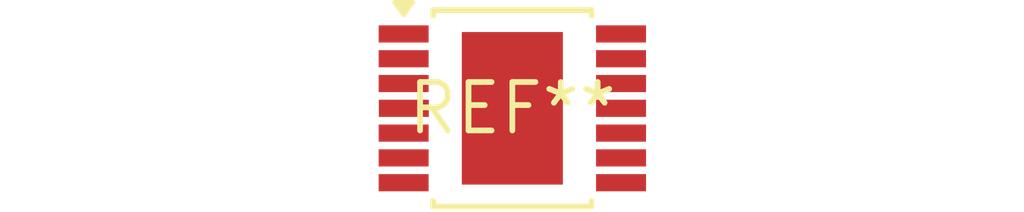
<source format=kicad_pcb>
(kicad_pcb (version 20240108) (generator pcbnew)
  (layers (0 "F.Cu" signal) (31 "B.Cu" signal) (34 "B.Paste" user) (35 "F.Paste" user) (36 "B.SilkS" user "B.Silkscreen") (37 "F.SilkS" user "F.Silkscreen") (38 "B.Mask" user) (39 "F.Mask" user) (44 "Edge.Cuts" user))
  (net 0 "")
  (footprint "Infineon_PG-TSDSO-14-22" (layer "F.Cu") (at 0 0)
    (property "Reference" "REF**")
    (property "Value" "Infineon_PG-TSDSO-14-22")
    (fp_line (start -2.075 -2.575) (end -2.075 -2.43) (layer "F.SilkS") (stroke (width 0.15)))
    (fp_line (start -2.075 -2.575) (end 2.075 -2.575) (layer "F.SilkS") (stroke (width 0.15)))
    (fp_line (start -2.075 2.575) (end -2.075 2.43) (layer "F.SilkS") (stroke (width 0.15)))
    (fp_line (start -2.075 2.575) (end 2.075 2.575) (layer "F.SilkS") (stroke (width 0.15)))
    (fp_line (start 2.075 -2.575) (end 2.075 -2.43) (layer "F.SilkS") (stroke (width 0.15)))
    (fp_line (start 2.075 2.575) (end 2.075 2.43) (layer "F.SilkS") (stroke (width 0.15)))
    (fp_poly (pts (xy -2.85 -2.45) (xy -3.09 -2.78) (xy -2.61 -2.78) (xy -2.85 -2.45)) (layer "F.SilkS") (stroke (width 0.12)) (fill solid))
    (pad "1" smd rect (at -2.85 -1.95) (size 1.31 0.45) (layers "F.Cu" "F.Paste" "F.Mask"))
    (pad "2" smd rect (at -2.85 -1.3) (size 1.31 0.45) (layers "F.Cu" "F.Paste" "F.Mask"))
    (pad "3" smd rect (at -2.85 -0.65) (size 1.31 0.45) (layers "F.Cu" "F.Paste" "F.Mask"))
    (pad "4" smd rect (at -2.845 0) (size 1.31 0.45) (layers "F.Cu" "F.Paste" "F.Mask"))
    (pad "5" smd rect (at -2.85 0.65) (size 1.31 0.45) (layers "F.Cu" "F.Paste" "F.Mask"))
    (pad "6" smd rect (at -2.85 1.3) (size 1.31 0.45) (layers "F.Cu" "F.Paste" "F.Mask"))
    (pad "7" smd rect (at -2.85 1.95) (size 1.31 0.45) (layers "F.Cu" "F.Paste" "F.Mask"))
    (pad "8" smd rect (at 2.85 1.95) (size 1.31 0.45) (layers "F.Cu" "F.Paste" "F.Mask"))
    (pad "9" smd rect (at 2.85 1.3) (size 1.31 0.45) (layers "F.Cu" "F.Paste" "F.Mask"))
    (pad "10" smd rect (at 2.85 0.65) (size 1.31 0.45) (layers "F.Cu" "F.Paste" "F.Mask"))
    (pad "11" smd rect (at 2.85 0) (size 1.31 0.45) (layers "F.Cu" "F.Paste" "F.Mask"))
    (pad "12" smd rect (at 2.85 -0.65) (size 1.31 0.45) (layers "F.Cu" "F.Paste" "F.Mask"))
    (pad "13" smd rect (at 2.85 -1.3) (size 1.31 0.45) (layers "F.Cu" "F.Paste" "F.Mask"))
    (pad "14" smd rect (at 2.85 -1.95) (size 1.31 0.45) (layers "F.Cu" "F.Paste" "F.Mask"))
    (pad "15" smd rect (at 0 0) (size 2.65 4) (layers "F.Cu" "F.Mask"))
  )
)
</source>
